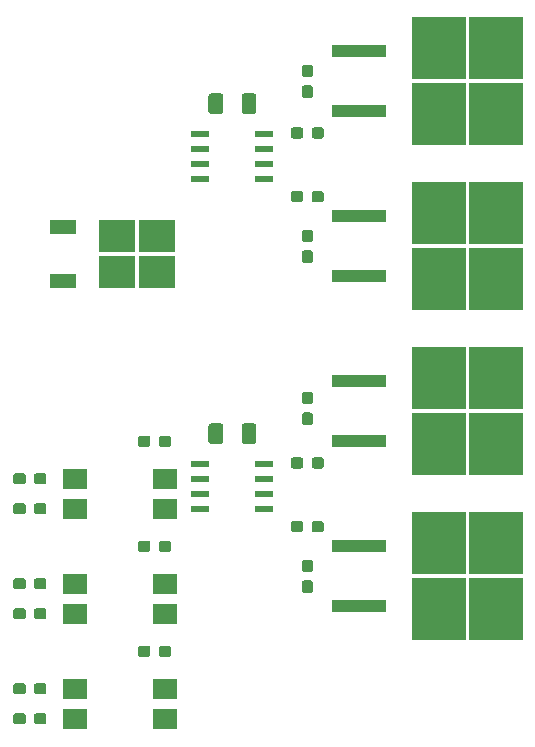
<source format=gtp>
G04 #@! TF.GenerationSoftware,KiCad,Pcbnew,5.0.1-33cea8e~68~ubuntu16.04.1*
G04 #@! TF.CreationDate,2018-11-22T10:51:10+09:00*
G04 #@! TF.ProjectId,BS2103F_photo,425332313033465F70686F746F2E6B69,rev?*
G04 #@! TF.SameCoordinates,Original*
G04 #@! TF.FileFunction,Paste,Top*
G04 #@! TF.FilePolarity,Positive*
%FSLAX46Y46*%
G04 Gerber Fmt 4.6, Leading zero omitted, Abs format (unit mm)*
G04 Created by KiCad (PCBNEW 5.0.1-33cea8e~68~ubuntu16.04.1) date 2018年11月22日 10時51分10秒*
%MOMM*%
%LPD*%
G01*
G04 APERTURE LIST*
%ADD10C,0.100000*%
%ADD11C,1.250000*%
%ADD12C,0.950000*%
%ADD13R,4.600000X1.100000*%
%ADD14R,4.550000X5.250000*%
%ADD15R,2.200000X1.200000*%
%ADD16R,3.050000X2.750000*%
%ADD17R,2.000000X1.780000*%
%ADD18R,1.550000X0.600000*%
G04 APERTURE END LIST*
D10*
G04 #@! TO.C,D1*
G36*
X151659504Y-79771204D02*
X151683773Y-79774804D01*
X151707571Y-79780765D01*
X151730671Y-79789030D01*
X151752849Y-79799520D01*
X151773893Y-79812133D01*
X151793598Y-79826747D01*
X151811777Y-79843223D01*
X151828253Y-79861402D01*
X151842867Y-79881107D01*
X151855480Y-79902151D01*
X151865970Y-79924329D01*
X151874235Y-79947429D01*
X151880196Y-79971227D01*
X151883796Y-79995496D01*
X151885000Y-80020000D01*
X151885000Y-81270000D01*
X151883796Y-81294504D01*
X151880196Y-81318773D01*
X151874235Y-81342571D01*
X151865970Y-81365671D01*
X151855480Y-81387849D01*
X151842867Y-81408893D01*
X151828253Y-81428598D01*
X151811777Y-81446777D01*
X151793598Y-81463253D01*
X151773893Y-81477867D01*
X151752849Y-81490480D01*
X151730671Y-81500970D01*
X151707571Y-81509235D01*
X151683773Y-81515196D01*
X151659504Y-81518796D01*
X151635000Y-81520000D01*
X150885000Y-81520000D01*
X150860496Y-81518796D01*
X150836227Y-81515196D01*
X150812429Y-81509235D01*
X150789329Y-81500970D01*
X150767151Y-81490480D01*
X150746107Y-81477867D01*
X150726402Y-81463253D01*
X150708223Y-81446777D01*
X150691747Y-81428598D01*
X150677133Y-81408893D01*
X150664520Y-81387849D01*
X150654030Y-81365671D01*
X150645765Y-81342571D01*
X150639804Y-81318773D01*
X150636204Y-81294504D01*
X150635000Y-81270000D01*
X150635000Y-80020000D01*
X150636204Y-79995496D01*
X150639804Y-79971227D01*
X150645765Y-79947429D01*
X150654030Y-79924329D01*
X150664520Y-79902151D01*
X150677133Y-79881107D01*
X150691747Y-79861402D01*
X150708223Y-79843223D01*
X150726402Y-79826747D01*
X150746107Y-79812133D01*
X150767151Y-79799520D01*
X150789329Y-79789030D01*
X150812429Y-79780765D01*
X150836227Y-79774804D01*
X150860496Y-79771204D01*
X150885000Y-79770000D01*
X151635000Y-79770000D01*
X151659504Y-79771204D01*
X151659504Y-79771204D01*
G37*
D11*
X151260000Y-80645000D03*
D10*
G36*
X148859504Y-79771204D02*
X148883773Y-79774804D01*
X148907571Y-79780765D01*
X148930671Y-79789030D01*
X148952849Y-79799520D01*
X148973893Y-79812133D01*
X148993598Y-79826747D01*
X149011777Y-79843223D01*
X149028253Y-79861402D01*
X149042867Y-79881107D01*
X149055480Y-79902151D01*
X149065970Y-79924329D01*
X149074235Y-79947429D01*
X149080196Y-79971227D01*
X149083796Y-79995496D01*
X149085000Y-80020000D01*
X149085000Y-81270000D01*
X149083796Y-81294504D01*
X149080196Y-81318773D01*
X149074235Y-81342571D01*
X149065970Y-81365671D01*
X149055480Y-81387849D01*
X149042867Y-81408893D01*
X149028253Y-81428598D01*
X149011777Y-81446777D01*
X148993598Y-81463253D01*
X148973893Y-81477867D01*
X148952849Y-81490480D01*
X148930671Y-81500970D01*
X148907571Y-81509235D01*
X148883773Y-81515196D01*
X148859504Y-81518796D01*
X148835000Y-81520000D01*
X148085000Y-81520000D01*
X148060496Y-81518796D01*
X148036227Y-81515196D01*
X148012429Y-81509235D01*
X147989329Y-81500970D01*
X147967151Y-81490480D01*
X147946107Y-81477867D01*
X147926402Y-81463253D01*
X147908223Y-81446777D01*
X147891747Y-81428598D01*
X147877133Y-81408893D01*
X147864520Y-81387849D01*
X147854030Y-81365671D01*
X147845765Y-81342571D01*
X147839804Y-81318773D01*
X147836204Y-81294504D01*
X147835000Y-81270000D01*
X147835000Y-80020000D01*
X147836204Y-79995496D01*
X147839804Y-79971227D01*
X147845765Y-79947429D01*
X147854030Y-79924329D01*
X147864520Y-79902151D01*
X147877133Y-79881107D01*
X147891747Y-79861402D01*
X147908223Y-79843223D01*
X147926402Y-79826747D01*
X147946107Y-79812133D01*
X147967151Y-79799520D01*
X147989329Y-79789030D01*
X148012429Y-79780765D01*
X148036227Y-79774804D01*
X148060496Y-79771204D01*
X148085000Y-79770000D01*
X148835000Y-79770000D01*
X148859504Y-79771204D01*
X148859504Y-79771204D01*
G37*
D11*
X148460000Y-80645000D03*
G04 #@! TD*
D10*
G04 #@! TO.C,D2*
G36*
X148859504Y-107711204D02*
X148883773Y-107714804D01*
X148907571Y-107720765D01*
X148930671Y-107729030D01*
X148952849Y-107739520D01*
X148973893Y-107752133D01*
X148993598Y-107766747D01*
X149011777Y-107783223D01*
X149028253Y-107801402D01*
X149042867Y-107821107D01*
X149055480Y-107842151D01*
X149065970Y-107864329D01*
X149074235Y-107887429D01*
X149080196Y-107911227D01*
X149083796Y-107935496D01*
X149085000Y-107960000D01*
X149085000Y-109210000D01*
X149083796Y-109234504D01*
X149080196Y-109258773D01*
X149074235Y-109282571D01*
X149065970Y-109305671D01*
X149055480Y-109327849D01*
X149042867Y-109348893D01*
X149028253Y-109368598D01*
X149011777Y-109386777D01*
X148993598Y-109403253D01*
X148973893Y-109417867D01*
X148952849Y-109430480D01*
X148930671Y-109440970D01*
X148907571Y-109449235D01*
X148883773Y-109455196D01*
X148859504Y-109458796D01*
X148835000Y-109460000D01*
X148085000Y-109460000D01*
X148060496Y-109458796D01*
X148036227Y-109455196D01*
X148012429Y-109449235D01*
X147989329Y-109440970D01*
X147967151Y-109430480D01*
X147946107Y-109417867D01*
X147926402Y-109403253D01*
X147908223Y-109386777D01*
X147891747Y-109368598D01*
X147877133Y-109348893D01*
X147864520Y-109327849D01*
X147854030Y-109305671D01*
X147845765Y-109282571D01*
X147839804Y-109258773D01*
X147836204Y-109234504D01*
X147835000Y-109210000D01*
X147835000Y-107960000D01*
X147836204Y-107935496D01*
X147839804Y-107911227D01*
X147845765Y-107887429D01*
X147854030Y-107864329D01*
X147864520Y-107842151D01*
X147877133Y-107821107D01*
X147891747Y-107801402D01*
X147908223Y-107783223D01*
X147926402Y-107766747D01*
X147946107Y-107752133D01*
X147967151Y-107739520D01*
X147989329Y-107729030D01*
X148012429Y-107720765D01*
X148036227Y-107714804D01*
X148060496Y-107711204D01*
X148085000Y-107710000D01*
X148835000Y-107710000D01*
X148859504Y-107711204D01*
X148859504Y-107711204D01*
G37*
D11*
X148460000Y-108585000D03*
D10*
G36*
X151659504Y-107711204D02*
X151683773Y-107714804D01*
X151707571Y-107720765D01*
X151730671Y-107729030D01*
X151752849Y-107739520D01*
X151773893Y-107752133D01*
X151793598Y-107766747D01*
X151811777Y-107783223D01*
X151828253Y-107801402D01*
X151842867Y-107821107D01*
X151855480Y-107842151D01*
X151865970Y-107864329D01*
X151874235Y-107887429D01*
X151880196Y-107911227D01*
X151883796Y-107935496D01*
X151885000Y-107960000D01*
X151885000Y-109210000D01*
X151883796Y-109234504D01*
X151880196Y-109258773D01*
X151874235Y-109282571D01*
X151865970Y-109305671D01*
X151855480Y-109327849D01*
X151842867Y-109348893D01*
X151828253Y-109368598D01*
X151811777Y-109386777D01*
X151793598Y-109403253D01*
X151773893Y-109417867D01*
X151752849Y-109430480D01*
X151730671Y-109440970D01*
X151707571Y-109449235D01*
X151683773Y-109455196D01*
X151659504Y-109458796D01*
X151635000Y-109460000D01*
X150885000Y-109460000D01*
X150860496Y-109458796D01*
X150836227Y-109455196D01*
X150812429Y-109449235D01*
X150789329Y-109440970D01*
X150767151Y-109430480D01*
X150746107Y-109417867D01*
X150726402Y-109403253D01*
X150708223Y-109386777D01*
X150691747Y-109368598D01*
X150677133Y-109348893D01*
X150664520Y-109327849D01*
X150654030Y-109305671D01*
X150645765Y-109282571D01*
X150639804Y-109258773D01*
X150636204Y-109234504D01*
X150635000Y-109210000D01*
X150635000Y-107960000D01*
X150636204Y-107935496D01*
X150639804Y-107911227D01*
X150645765Y-107887429D01*
X150654030Y-107864329D01*
X150664520Y-107842151D01*
X150677133Y-107821107D01*
X150691747Y-107801402D01*
X150708223Y-107783223D01*
X150726402Y-107766747D01*
X150746107Y-107752133D01*
X150767151Y-107739520D01*
X150789329Y-107729030D01*
X150812429Y-107720765D01*
X150836227Y-107714804D01*
X150860496Y-107711204D01*
X150885000Y-107710000D01*
X151635000Y-107710000D01*
X151659504Y-107711204D01*
X151659504Y-107711204D01*
G37*
D11*
X151260000Y-108585000D03*
G04 #@! TD*
D10*
G04 #@! TO.C,D3*
G36*
X133900779Y-111921144D02*
X133923834Y-111924563D01*
X133946443Y-111930227D01*
X133968387Y-111938079D01*
X133989457Y-111948044D01*
X134009448Y-111960026D01*
X134028168Y-111973910D01*
X134045438Y-111989562D01*
X134061090Y-112006832D01*
X134074974Y-112025552D01*
X134086956Y-112045543D01*
X134096921Y-112066613D01*
X134104773Y-112088557D01*
X134110437Y-112111166D01*
X134113856Y-112134221D01*
X134115000Y-112157500D01*
X134115000Y-112632500D01*
X134113856Y-112655779D01*
X134110437Y-112678834D01*
X134104773Y-112701443D01*
X134096921Y-112723387D01*
X134086956Y-112744457D01*
X134074974Y-112764448D01*
X134061090Y-112783168D01*
X134045438Y-112800438D01*
X134028168Y-112816090D01*
X134009448Y-112829974D01*
X133989457Y-112841956D01*
X133968387Y-112851921D01*
X133946443Y-112859773D01*
X133923834Y-112865437D01*
X133900779Y-112868856D01*
X133877500Y-112870000D01*
X133302500Y-112870000D01*
X133279221Y-112868856D01*
X133256166Y-112865437D01*
X133233557Y-112859773D01*
X133211613Y-112851921D01*
X133190543Y-112841956D01*
X133170552Y-112829974D01*
X133151832Y-112816090D01*
X133134562Y-112800438D01*
X133118910Y-112783168D01*
X133105026Y-112764448D01*
X133093044Y-112744457D01*
X133083079Y-112723387D01*
X133075227Y-112701443D01*
X133069563Y-112678834D01*
X133066144Y-112655779D01*
X133065000Y-112632500D01*
X133065000Y-112157500D01*
X133066144Y-112134221D01*
X133069563Y-112111166D01*
X133075227Y-112088557D01*
X133083079Y-112066613D01*
X133093044Y-112045543D01*
X133105026Y-112025552D01*
X133118910Y-112006832D01*
X133134562Y-111989562D01*
X133151832Y-111973910D01*
X133170552Y-111960026D01*
X133190543Y-111948044D01*
X133211613Y-111938079D01*
X133233557Y-111930227D01*
X133256166Y-111924563D01*
X133279221Y-111921144D01*
X133302500Y-111920000D01*
X133877500Y-111920000D01*
X133900779Y-111921144D01*
X133900779Y-111921144D01*
G37*
D12*
X133590000Y-112395000D03*
D10*
G36*
X132150779Y-111921144D02*
X132173834Y-111924563D01*
X132196443Y-111930227D01*
X132218387Y-111938079D01*
X132239457Y-111948044D01*
X132259448Y-111960026D01*
X132278168Y-111973910D01*
X132295438Y-111989562D01*
X132311090Y-112006832D01*
X132324974Y-112025552D01*
X132336956Y-112045543D01*
X132346921Y-112066613D01*
X132354773Y-112088557D01*
X132360437Y-112111166D01*
X132363856Y-112134221D01*
X132365000Y-112157500D01*
X132365000Y-112632500D01*
X132363856Y-112655779D01*
X132360437Y-112678834D01*
X132354773Y-112701443D01*
X132346921Y-112723387D01*
X132336956Y-112744457D01*
X132324974Y-112764448D01*
X132311090Y-112783168D01*
X132295438Y-112800438D01*
X132278168Y-112816090D01*
X132259448Y-112829974D01*
X132239457Y-112841956D01*
X132218387Y-112851921D01*
X132196443Y-112859773D01*
X132173834Y-112865437D01*
X132150779Y-112868856D01*
X132127500Y-112870000D01*
X131552500Y-112870000D01*
X131529221Y-112868856D01*
X131506166Y-112865437D01*
X131483557Y-112859773D01*
X131461613Y-112851921D01*
X131440543Y-112841956D01*
X131420552Y-112829974D01*
X131401832Y-112816090D01*
X131384562Y-112800438D01*
X131368910Y-112783168D01*
X131355026Y-112764448D01*
X131343044Y-112744457D01*
X131333079Y-112723387D01*
X131325227Y-112701443D01*
X131319563Y-112678834D01*
X131316144Y-112655779D01*
X131315000Y-112632500D01*
X131315000Y-112157500D01*
X131316144Y-112134221D01*
X131319563Y-112111166D01*
X131325227Y-112088557D01*
X131333079Y-112066613D01*
X131343044Y-112045543D01*
X131355026Y-112025552D01*
X131368910Y-112006832D01*
X131384562Y-111989562D01*
X131401832Y-111973910D01*
X131420552Y-111960026D01*
X131440543Y-111948044D01*
X131461613Y-111938079D01*
X131483557Y-111930227D01*
X131506166Y-111924563D01*
X131529221Y-111921144D01*
X131552500Y-111920000D01*
X132127500Y-111920000D01*
X132150779Y-111921144D01*
X132150779Y-111921144D01*
G37*
D12*
X131840000Y-112395000D03*
G04 #@! TD*
D10*
G04 #@! TO.C,D4*
G36*
X132150779Y-120811144D02*
X132173834Y-120814563D01*
X132196443Y-120820227D01*
X132218387Y-120828079D01*
X132239457Y-120838044D01*
X132259448Y-120850026D01*
X132278168Y-120863910D01*
X132295438Y-120879562D01*
X132311090Y-120896832D01*
X132324974Y-120915552D01*
X132336956Y-120935543D01*
X132346921Y-120956613D01*
X132354773Y-120978557D01*
X132360437Y-121001166D01*
X132363856Y-121024221D01*
X132365000Y-121047500D01*
X132365000Y-121522500D01*
X132363856Y-121545779D01*
X132360437Y-121568834D01*
X132354773Y-121591443D01*
X132346921Y-121613387D01*
X132336956Y-121634457D01*
X132324974Y-121654448D01*
X132311090Y-121673168D01*
X132295438Y-121690438D01*
X132278168Y-121706090D01*
X132259448Y-121719974D01*
X132239457Y-121731956D01*
X132218387Y-121741921D01*
X132196443Y-121749773D01*
X132173834Y-121755437D01*
X132150779Y-121758856D01*
X132127500Y-121760000D01*
X131552500Y-121760000D01*
X131529221Y-121758856D01*
X131506166Y-121755437D01*
X131483557Y-121749773D01*
X131461613Y-121741921D01*
X131440543Y-121731956D01*
X131420552Y-121719974D01*
X131401832Y-121706090D01*
X131384562Y-121690438D01*
X131368910Y-121673168D01*
X131355026Y-121654448D01*
X131343044Y-121634457D01*
X131333079Y-121613387D01*
X131325227Y-121591443D01*
X131319563Y-121568834D01*
X131316144Y-121545779D01*
X131315000Y-121522500D01*
X131315000Y-121047500D01*
X131316144Y-121024221D01*
X131319563Y-121001166D01*
X131325227Y-120978557D01*
X131333079Y-120956613D01*
X131343044Y-120935543D01*
X131355026Y-120915552D01*
X131368910Y-120896832D01*
X131384562Y-120879562D01*
X131401832Y-120863910D01*
X131420552Y-120850026D01*
X131440543Y-120838044D01*
X131461613Y-120828079D01*
X131483557Y-120820227D01*
X131506166Y-120814563D01*
X131529221Y-120811144D01*
X131552500Y-120810000D01*
X132127500Y-120810000D01*
X132150779Y-120811144D01*
X132150779Y-120811144D01*
G37*
D12*
X131840000Y-121285000D03*
D10*
G36*
X133900779Y-120811144D02*
X133923834Y-120814563D01*
X133946443Y-120820227D01*
X133968387Y-120828079D01*
X133989457Y-120838044D01*
X134009448Y-120850026D01*
X134028168Y-120863910D01*
X134045438Y-120879562D01*
X134061090Y-120896832D01*
X134074974Y-120915552D01*
X134086956Y-120935543D01*
X134096921Y-120956613D01*
X134104773Y-120978557D01*
X134110437Y-121001166D01*
X134113856Y-121024221D01*
X134115000Y-121047500D01*
X134115000Y-121522500D01*
X134113856Y-121545779D01*
X134110437Y-121568834D01*
X134104773Y-121591443D01*
X134096921Y-121613387D01*
X134086956Y-121634457D01*
X134074974Y-121654448D01*
X134061090Y-121673168D01*
X134045438Y-121690438D01*
X134028168Y-121706090D01*
X134009448Y-121719974D01*
X133989457Y-121731956D01*
X133968387Y-121741921D01*
X133946443Y-121749773D01*
X133923834Y-121755437D01*
X133900779Y-121758856D01*
X133877500Y-121760000D01*
X133302500Y-121760000D01*
X133279221Y-121758856D01*
X133256166Y-121755437D01*
X133233557Y-121749773D01*
X133211613Y-121741921D01*
X133190543Y-121731956D01*
X133170552Y-121719974D01*
X133151832Y-121706090D01*
X133134562Y-121690438D01*
X133118910Y-121673168D01*
X133105026Y-121654448D01*
X133093044Y-121634457D01*
X133083079Y-121613387D01*
X133075227Y-121591443D01*
X133069563Y-121568834D01*
X133066144Y-121545779D01*
X133065000Y-121522500D01*
X133065000Y-121047500D01*
X133066144Y-121024221D01*
X133069563Y-121001166D01*
X133075227Y-120978557D01*
X133083079Y-120956613D01*
X133093044Y-120935543D01*
X133105026Y-120915552D01*
X133118910Y-120896832D01*
X133134562Y-120879562D01*
X133151832Y-120863910D01*
X133170552Y-120850026D01*
X133190543Y-120838044D01*
X133211613Y-120828079D01*
X133233557Y-120820227D01*
X133256166Y-120814563D01*
X133279221Y-120811144D01*
X133302500Y-120810000D01*
X133877500Y-120810000D01*
X133900779Y-120811144D01*
X133900779Y-120811144D01*
G37*
D12*
X133590000Y-121285000D03*
G04 #@! TD*
D10*
G04 #@! TO.C,D5*
G36*
X133900779Y-129701144D02*
X133923834Y-129704563D01*
X133946443Y-129710227D01*
X133968387Y-129718079D01*
X133989457Y-129728044D01*
X134009448Y-129740026D01*
X134028168Y-129753910D01*
X134045438Y-129769562D01*
X134061090Y-129786832D01*
X134074974Y-129805552D01*
X134086956Y-129825543D01*
X134096921Y-129846613D01*
X134104773Y-129868557D01*
X134110437Y-129891166D01*
X134113856Y-129914221D01*
X134115000Y-129937500D01*
X134115000Y-130412500D01*
X134113856Y-130435779D01*
X134110437Y-130458834D01*
X134104773Y-130481443D01*
X134096921Y-130503387D01*
X134086956Y-130524457D01*
X134074974Y-130544448D01*
X134061090Y-130563168D01*
X134045438Y-130580438D01*
X134028168Y-130596090D01*
X134009448Y-130609974D01*
X133989457Y-130621956D01*
X133968387Y-130631921D01*
X133946443Y-130639773D01*
X133923834Y-130645437D01*
X133900779Y-130648856D01*
X133877500Y-130650000D01*
X133302500Y-130650000D01*
X133279221Y-130648856D01*
X133256166Y-130645437D01*
X133233557Y-130639773D01*
X133211613Y-130631921D01*
X133190543Y-130621956D01*
X133170552Y-130609974D01*
X133151832Y-130596090D01*
X133134562Y-130580438D01*
X133118910Y-130563168D01*
X133105026Y-130544448D01*
X133093044Y-130524457D01*
X133083079Y-130503387D01*
X133075227Y-130481443D01*
X133069563Y-130458834D01*
X133066144Y-130435779D01*
X133065000Y-130412500D01*
X133065000Y-129937500D01*
X133066144Y-129914221D01*
X133069563Y-129891166D01*
X133075227Y-129868557D01*
X133083079Y-129846613D01*
X133093044Y-129825543D01*
X133105026Y-129805552D01*
X133118910Y-129786832D01*
X133134562Y-129769562D01*
X133151832Y-129753910D01*
X133170552Y-129740026D01*
X133190543Y-129728044D01*
X133211613Y-129718079D01*
X133233557Y-129710227D01*
X133256166Y-129704563D01*
X133279221Y-129701144D01*
X133302500Y-129700000D01*
X133877500Y-129700000D01*
X133900779Y-129701144D01*
X133900779Y-129701144D01*
G37*
D12*
X133590000Y-130175000D03*
D10*
G36*
X132150779Y-129701144D02*
X132173834Y-129704563D01*
X132196443Y-129710227D01*
X132218387Y-129718079D01*
X132239457Y-129728044D01*
X132259448Y-129740026D01*
X132278168Y-129753910D01*
X132295438Y-129769562D01*
X132311090Y-129786832D01*
X132324974Y-129805552D01*
X132336956Y-129825543D01*
X132346921Y-129846613D01*
X132354773Y-129868557D01*
X132360437Y-129891166D01*
X132363856Y-129914221D01*
X132365000Y-129937500D01*
X132365000Y-130412500D01*
X132363856Y-130435779D01*
X132360437Y-130458834D01*
X132354773Y-130481443D01*
X132346921Y-130503387D01*
X132336956Y-130524457D01*
X132324974Y-130544448D01*
X132311090Y-130563168D01*
X132295438Y-130580438D01*
X132278168Y-130596090D01*
X132259448Y-130609974D01*
X132239457Y-130621956D01*
X132218387Y-130631921D01*
X132196443Y-130639773D01*
X132173834Y-130645437D01*
X132150779Y-130648856D01*
X132127500Y-130650000D01*
X131552500Y-130650000D01*
X131529221Y-130648856D01*
X131506166Y-130645437D01*
X131483557Y-130639773D01*
X131461613Y-130631921D01*
X131440543Y-130621956D01*
X131420552Y-130609974D01*
X131401832Y-130596090D01*
X131384562Y-130580438D01*
X131368910Y-130563168D01*
X131355026Y-130544448D01*
X131343044Y-130524457D01*
X131333079Y-130503387D01*
X131325227Y-130481443D01*
X131319563Y-130458834D01*
X131316144Y-130435779D01*
X131315000Y-130412500D01*
X131315000Y-129937500D01*
X131316144Y-129914221D01*
X131319563Y-129891166D01*
X131325227Y-129868557D01*
X131333079Y-129846613D01*
X131343044Y-129825543D01*
X131355026Y-129805552D01*
X131368910Y-129786832D01*
X131384562Y-129769562D01*
X131401832Y-129753910D01*
X131420552Y-129740026D01*
X131440543Y-129728044D01*
X131461613Y-129718079D01*
X131483557Y-129710227D01*
X131506166Y-129704563D01*
X131529221Y-129701144D01*
X131552500Y-129700000D01*
X132127500Y-129700000D01*
X132150779Y-129701144D01*
X132150779Y-129701144D01*
G37*
D12*
X131840000Y-130175000D03*
G04 #@! TD*
D13*
G04 #@! TO.C,Q1*
X160595000Y-76200000D03*
X160595000Y-81280000D03*
D14*
X172170000Y-81515000D03*
X167320000Y-75965000D03*
X172170000Y-75965000D03*
X167320000Y-81515000D03*
G04 #@! TD*
D13*
G04 #@! TO.C,Q2*
X160595000Y-90170000D03*
X160595000Y-95250000D03*
D14*
X172170000Y-95485000D03*
X167320000Y-89935000D03*
X172170000Y-89935000D03*
X167320000Y-95485000D03*
G04 #@! TD*
G04 #@! TO.C,Q3*
X167320000Y-109455000D03*
X172170000Y-103905000D03*
X167320000Y-103905000D03*
X172170000Y-109455000D03*
D13*
X160595000Y-109220000D03*
X160595000Y-104140000D03*
G04 #@! TD*
D14*
G04 #@! TO.C,Q4*
X167320000Y-123425000D03*
X172170000Y-117875000D03*
X167320000Y-117875000D03*
X172170000Y-123425000D03*
D13*
X160595000Y-123190000D03*
X160595000Y-118110000D03*
G04 #@! TD*
D10*
G04 #@! TO.C,R1*
G36*
X133900779Y-114461144D02*
X133923834Y-114464563D01*
X133946443Y-114470227D01*
X133968387Y-114478079D01*
X133989457Y-114488044D01*
X134009448Y-114500026D01*
X134028168Y-114513910D01*
X134045438Y-114529562D01*
X134061090Y-114546832D01*
X134074974Y-114565552D01*
X134086956Y-114585543D01*
X134096921Y-114606613D01*
X134104773Y-114628557D01*
X134110437Y-114651166D01*
X134113856Y-114674221D01*
X134115000Y-114697500D01*
X134115000Y-115172500D01*
X134113856Y-115195779D01*
X134110437Y-115218834D01*
X134104773Y-115241443D01*
X134096921Y-115263387D01*
X134086956Y-115284457D01*
X134074974Y-115304448D01*
X134061090Y-115323168D01*
X134045438Y-115340438D01*
X134028168Y-115356090D01*
X134009448Y-115369974D01*
X133989457Y-115381956D01*
X133968387Y-115391921D01*
X133946443Y-115399773D01*
X133923834Y-115405437D01*
X133900779Y-115408856D01*
X133877500Y-115410000D01*
X133302500Y-115410000D01*
X133279221Y-115408856D01*
X133256166Y-115405437D01*
X133233557Y-115399773D01*
X133211613Y-115391921D01*
X133190543Y-115381956D01*
X133170552Y-115369974D01*
X133151832Y-115356090D01*
X133134562Y-115340438D01*
X133118910Y-115323168D01*
X133105026Y-115304448D01*
X133093044Y-115284457D01*
X133083079Y-115263387D01*
X133075227Y-115241443D01*
X133069563Y-115218834D01*
X133066144Y-115195779D01*
X133065000Y-115172500D01*
X133065000Y-114697500D01*
X133066144Y-114674221D01*
X133069563Y-114651166D01*
X133075227Y-114628557D01*
X133083079Y-114606613D01*
X133093044Y-114585543D01*
X133105026Y-114565552D01*
X133118910Y-114546832D01*
X133134562Y-114529562D01*
X133151832Y-114513910D01*
X133170552Y-114500026D01*
X133190543Y-114488044D01*
X133211613Y-114478079D01*
X133233557Y-114470227D01*
X133256166Y-114464563D01*
X133279221Y-114461144D01*
X133302500Y-114460000D01*
X133877500Y-114460000D01*
X133900779Y-114461144D01*
X133900779Y-114461144D01*
G37*
D12*
X133590000Y-114935000D03*
D10*
G36*
X132150779Y-114461144D02*
X132173834Y-114464563D01*
X132196443Y-114470227D01*
X132218387Y-114478079D01*
X132239457Y-114488044D01*
X132259448Y-114500026D01*
X132278168Y-114513910D01*
X132295438Y-114529562D01*
X132311090Y-114546832D01*
X132324974Y-114565552D01*
X132336956Y-114585543D01*
X132346921Y-114606613D01*
X132354773Y-114628557D01*
X132360437Y-114651166D01*
X132363856Y-114674221D01*
X132365000Y-114697500D01*
X132365000Y-115172500D01*
X132363856Y-115195779D01*
X132360437Y-115218834D01*
X132354773Y-115241443D01*
X132346921Y-115263387D01*
X132336956Y-115284457D01*
X132324974Y-115304448D01*
X132311090Y-115323168D01*
X132295438Y-115340438D01*
X132278168Y-115356090D01*
X132259448Y-115369974D01*
X132239457Y-115381956D01*
X132218387Y-115391921D01*
X132196443Y-115399773D01*
X132173834Y-115405437D01*
X132150779Y-115408856D01*
X132127500Y-115410000D01*
X131552500Y-115410000D01*
X131529221Y-115408856D01*
X131506166Y-115405437D01*
X131483557Y-115399773D01*
X131461613Y-115391921D01*
X131440543Y-115381956D01*
X131420552Y-115369974D01*
X131401832Y-115356090D01*
X131384562Y-115340438D01*
X131368910Y-115323168D01*
X131355026Y-115304448D01*
X131343044Y-115284457D01*
X131333079Y-115263387D01*
X131325227Y-115241443D01*
X131319563Y-115218834D01*
X131316144Y-115195779D01*
X131315000Y-115172500D01*
X131315000Y-114697500D01*
X131316144Y-114674221D01*
X131319563Y-114651166D01*
X131325227Y-114628557D01*
X131333079Y-114606613D01*
X131343044Y-114585543D01*
X131355026Y-114565552D01*
X131368910Y-114546832D01*
X131384562Y-114529562D01*
X131401832Y-114513910D01*
X131420552Y-114500026D01*
X131440543Y-114488044D01*
X131461613Y-114478079D01*
X131483557Y-114470227D01*
X131506166Y-114464563D01*
X131529221Y-114461144D01*
X131552500Y-114460000D01*
X132127500Y-114460000D01*
X132150779Y-114461144D01*
X132150779Y-114461144D01*
G37*
D12*
X131840000Y-114935000D03*
G04 #@! TD*
D10*
G04 #@! TO.C,R2*
G36*
X132150779Y-123351144D02*
X132173834Y-123354563D01*
X132196443Y-123360227D01*
X132218387Y-123368079D01*
X132239457Y-123378044D01*
X132259448Y-123390026D01*
X132278168Y-123403910D01*
X132295438Y-123419562D01*
X132311090Y-123436832D01*
X132324974Y-123455552D01*
X132336956Y-123475543D01*
X132346921Y-123496613D01*
X132354773Y-123518557D01*
X132360437Y-123541166D01*
X132363856Y-123564221D01*
X132365000Y-123587500D01*
X132365000Y-124062500D01*
X132363856Y-124085779D01*
X132360437Y-124108834D01*
X132354773Y-124131443D01*
X132346921Y-124153387D01*
X132336956Y-124174457D01*
X132324974Y-124194448D01*
X132311090Y-124213168D01*
X132295438Y-124230438D01*
X132278168Y-124246090D01*
X132259448Y-124259974D01*
X132239457Y-124271956D01*
X132218387Y-124281921D01*
X132196443Y-124289773D01*
X132173834Y-124295437D01*
X132150779Y-124298856D01*
X132127500Y-124300000D01*
X131552500Y-124300000D01*
X131529221Y-124298856D01*
X131506166Y-124295437D01*
X131483557Y-124289773D01*
X131461613Y-124281921D01*
X131440543Y-124271956D01*
X131420552Y-124259974D01*
X131401832Y-124246090D01*
X131384562Y-124230438D01*
X131368910Y-124213168D01*
X131355026Y-124194448D01*
X131343044Y-124174457D01*
X131333079Y-124153387D01*
X131325227Y-124131443D01*
X131319563Y-124108834D01*
X131316144Y-124085779D01*
X131315000Y-124062500D01*
X131315000Y-123587500D01*
X131316144Y-123564221D01*
X131319563Y-123541166D01*
X131325227Y-123518557D01*
X131333079Y-123496613D01*
X131343044Y-123475543D01*
X131355026Y-123455552D01*
X131368910Y-123436832D01*
X131384562Y-123419562D01*
X131401832Y-123403910D01*
X131420552Y-123390026D01*
X131440543Y-123378044D01*
X131461613Y-123368079D01*
X131483557Y-123360227D01*
X131506166Y-123354563D01*
X131529221Y-123351144D01*
X131552500Y-123350000D01*
X132127500Y-123350000D01*
X132150779Y-123351144D01*
X132150779Y-123351144D01*
G37*
D12*
X131840000Y-123825000D03*
D10*
G36*
X133900779Y-123351144D02*
X133923834Y-123354563D01*
X133946443Y-123360227D01*
X133968387Y-123368079D01*
X133989457Y-123378044D01*
X134009448Y-123390026D01*
X134028168Y-123403910D01*
X134045438Y-123419562D01*
X134061090Y-123436832D01*
X134074974Y-123455552D01*
X134086956Y-123475543D01*
X134096921Y-123496613D01*
X134104773Y-123518557D01*
X134110437Y-123541166D01*
X134113856Y-123564221D01*
X134115000Y-123587500D01*
X134115000Y-124062500D01*
X134113856Y-124085779D01*
X134110437Y-124108834D01*
X134104773Y-124131443D01*
X134096921Y-124153387D01*
X134086956Y-124174457D01*
X134074974Y-124194448D01*
X134061090Y-124213168D01*
X134045438Y-124230438D01*
X134028168Y-124246090D01*
X134009448Y-124259974D01*
X133989457Y-124271956D01*
X133968387Y-124281921D01*
X133946443Y-124289773D01*
X133923834Y-124295437D01*
X133900779Y-124298856D01*
X133877500Y-124300000D01*
X133302500Y-124300000D01*
X133279221Y-124298856D01*
X133256166Y-124295437D01*
X133233557Y-124289773D01*
X133211613Y-124281921D01*
X133190543Y-124271956D01*
X133170552Y-124259974D01*
X133151832Y-124246090D01*
X133134562Y-124230438D01*
X133118910Y-124213168D01*
X133105026Y-124194448D01*
X133093044Y-124174457D01*
X133083079Y-124153387D01*
X133075227Y-124131443D01*
X133069563Y-124108834D01*
X133066144Y-124085779D01*
X133065000Y-124062500D01*
X133065000Y-123587500D01*
X133066144Y-123564221D01*
X133069563Y-123541166D01*
X133075227Y-123518557D01*
X133083079Y-123496613D01*
X133093044Y-123475543D01*
X133105026Y-123455552D01*
X133118910Y-123436832D01*
X133134562Y-123419562D01*
X133151832Y-123403910D01*
X133170552Y-123390026D01*
X133190543Y-123378044D01*
X133211613Y-123368079D01*
X133233557Y-123360227D01*
X133256166Y-123354563D01*
X133279221Y-123351144D01*
X133302500Y-123350000D01*
X133877500Y-123350000D01*
X133900779Y-123351144D01*
X133900779Y-123351144D01*
G37*
D12*
X133590000Y-123825000D03*
G04 #@! TD*
D10*
G04 #@! TO.C,R3*
G36*
X133900779Y-132241144D02*
X133923834Y-132244563D01*
X133946443Y-132250227D01*
X133968387Y-132258079D01*
X133989457Y-132268044D01*
X134009448Y-132280026D01*
X134028168Y-132293910D01*
X134045438Y-132309562D01*
X134061090Y-132326832D01*
X134074974Y-132345552D01*
X134086956Y-132365543D01*
X134096921Y-132386613D01*
X134104773Y-132408557D01*
X134110437Y-132431166D01*
X134113856Y-132454221D01*
X134115000Y-132477500D01*
X134115000Y-132952500D01*
X134113856Y-132975779D01*
X134110437Y-132998834D01*
X134104773Y-133021443D01*
X134096921Y-133043387D01*
X134086956Y-133064457D01*
X134074974Y-133084448D01*
X134061090Y-133103168D01*
X134045438Y-133120438D01*
X134028168Y-133136090D01*
X134009448Y-133149974D01*
X133989457Y-133161956D01*
X133968387Y-133171921D01*
X133946443Y-133179773D01*
X133923834Y-133185437D01*
X133900779Y-133188856D01*
X133877500Y-133190000D01*
X133302500Y-133190000D01*
X133279221Y-133188856D01*
X133256166Y-133185437D01*
X133233557Y-133179773D01*
X133211613Y-133171921D01*
X133190543Y-133161956D01*
X133170552Y-133149974D01*
X133151832Y-133136090D01*
X133134562Y-133120438D01*
X133118910Y-133103168D01*
X133105026Y-133084448D01*
X133093044Y-133064457D01*
X133083079Y-133043387D01*
X133075227Y-133021443D01*
X133069563Y-132998834D01*
X133066144Y-132975779D01*
X133065000Y-132952500D01*
X133065000Y-132477500D01*
X133066144Y-132454221D01*
X133069563Y-132431166D01*
X133075227Y-132408557D01*
X133083079Y-132386613D01*
X133093044Y-132365543D01*
X133105026Y-132345552D01*
X133118910Y-132326832D01*
X133134562Y-132309562D01*
X133151832Y-132293910D01*
X133170552Y-132280026D01*
X133190543Y-132268044D01*
X133211613Y-132258079D01*
X133233557Y-132250227D01*
X133256166Y-132244563D01*
X133279221Y-132241144D01*
X133302500Y-132240000D01*
X133877500Y-132240000D01*
X133900779Y-132241144D01*
X133900779Y-132241144D01*
G37*
D12*
X133590000Y-132715000D03*
D10*
G36*
X132150779Y-132241144D02*
X132173834Y-132244563D01*
X132196443Y-132250227D01*
X132218387Y-132258079D01*
X132239457Y-132268044D01*
X132259448Y-132280026D01*
X132278168Y-132293910D01*
X132295438Y-132309562D01*
X132311090Y-132326832D01*
X132324974Y-132345552D01*
X132336956Y-132365543D01*
X132346921Y-132386613D01*
X132354773Y-132408557D01*
X132360437Y-132431166D01*
X132363856Y-132454221D01*
X132365000Y-132477500D01*
X132365000Y-132952500D01*
X132363856Y-132975779D01*
X132360437Y-132998834D01*
X132354773Y-133021443D01*
X132346921Y-133043387D01*
X132336956Y-133064457D01*
X132324974Y-133084448D01*
X132311090Y-133103168D01*
X132295438Y-133120438D01*
X132278168Y-133136090D01*
X132259448Y-133149974D01*
X132239457Y-133161956D01*
X132218387Y-133171921D01*
X132196443Y-133179773D01*
X132173834Y-133185437D01*
X132150779Y-133188856D01*
X132127500Y-133190000D01*
X131552500Y-133190000D01*
X131529221Y-133188856D01*
X131506166Y-133185437D01*
X131483557Y-133179773D01*
X131461613Y-133171921D01*
X131440543Y-133161956D01*
X131420552Y-133149974D01*
X131401832Y-133136090D01*
X131384562Y-133120438D01*
X131368910Y-133103168D01*
X131355026Y-133084448D01*
X131343044Y-133064457D01*
X131333079Y-133043387D01*
X131325227Y-133021443D01*
X131319563Y-132998834D01*
X131316144Y-132975779D01*
X131315000Y-132952500D01*
X131315000Y-132477500D01*
X131316144Y-132454221D01*
X131319563Y-132431166D01*
X131325227Y-132408557D01*
X131333079Y-132386613D01*
X131343044Y-132365543D01*
X131355026Y-132345552D01*
X131368910Y-132326832D01*
X131384562Y-132309562D01*
X131401832Y-132293910D01*
X131420552Y-132280026D01*
X131440543Y-132268044D01*
X131461613Y-132258079D01*
X131483557Y-132250227D01*
X131506166Y-132244563D01*
X131529221Y-132241144D01*
X131552500Y-132240000D01*
X132127500Y-132240000D01*
X132150779Y-132241144D01*
X132150779Y-132241144D01*
G37*
D12*
X131840000Y-132715000D03*
G04 #@! TD*
D10*
G04 #@! TO.C,R10*
G36*
X142705779Y-108746144D02*
X142728834Y-108749563D01*
X142751443Y-108755227D01*
X142773387Y-108763079D01*
X142794457Y-108773044D01*
X142814448Y-108785026D01*
X142833168Y-108798910D01*
X142850438Y-108814562D01*
X142866090Y-108831832D01*
X142879974Y-108850552D01*
X142891956Y-108870543D01*
X142901921Y-108891613D01*
X142909773Y-108913557D01*
X142915437Y-108936166D01*
X142918856Y-108959221D01*
X142920000Y-108982500D01*
X142920000Y-109457500D01*
X142918856Y-109480779D01*
X142915437Y-109503834D01*
X142909773Y-109526443D01*
X142901921Y-109548387D01*
X142891956Y-109569457D01*
X142879974Y-109589448D01*
X142866090Y-109608168D01*
X142850438Y-109625438D01*
X142833168Y-109641090D01*
X142814448Y-109654974D01*
X142794457Y-109666956D01*
X142773387Y-109676921D01*
X142751443Y-109684773D01*
X142728834Y-109690437D01*
X142705779Y-109693856D01*
X142682500Y-109695000D01*
X142107500Y-109695000D01*
X142084221Y-109693856D01*
X142061166Y-109690437D01*
X142038557Y-109684773D01*
X142016613Y-109676921D01*
X141995543Y-109666956D01*
X141975552Y-109654974D01*
X141956832Y-109641090D01*
X141939562Y-109625438D01*
X141923910Y-109608168D01*
X141910026Y-109589448D01*
X141898044Y-109569457D01*
X141888079Y-109548387D01*
X141880227Y-109526443D01*
X141874563Y-109503834D01*
X141871144Y-109480779D01*
X141870000Y-109457500D01*
X141870000Y-108982500D01*
X141871144Y-108959221D01*
X141874563Y-108936166D01*
X141880227Y-108913557D01*
X141888079Y-108891613D01*
X141898044Y-108870543D01*
X141910026Y-108850552D01*
X141923910Y-108831832D01*
X141939562Y-108814562D01*
X141956832Y-108798910D01*
X141975552Y-108785026D01*
X141995543Y-108773044D01*
X142016613Y-108763079D01*
X142038557Y-108755227D01*
X142061166Y-108749563D01*
X142084221Y-108746144D01*
X142107500Y-108745000D01*
X142682500Y-108745000D01*
X142705779Y-108746144D01*
X142705779Y-108746144D01*
G37*
D12*
X142395000Y-109220000D03*
D10*
G36*
X144455779Y-108746144D02*
X144478834Y-108749563D01*
X144501443Y-108755227D01*
X144523387Y-108763079D01*
X144544457Y-108773044D01*
X144564448Y-108785026D01*
X144583168Y-108798910D01*
X144600438Y-108814562D01*
X144616090Y-108831832D01*
X144629974Y-108850552D01*
X144641956Y-108870543D01*
X144651921Y-108891613D01*
X144659773Y-108913557D01*
X144665437Y-108936166D01*
X144668856Y-108959221D01*
X144670000Y-108982500D01*
X144670000Y-109457500D01*
X144668856Y-109480779D01*
X144665437Y-109503834D01*
X144659773Y-109526443D01*
X144651921Y-109548387D01*
X144641956Y-109569457D01*
X144629974Y-109589448D01*
X144616090Y-109608168D01*
X144600438Y-109625438D01*
X144583168Y-109641090D01*
X144564448Y-109654974D01*
X144544457Y-109666956D01*
X144523387Y-109676921D01*
X144501443Y-109684773D01*
X144478834Y-109690437D01*
X144455779Y-109693856D01*
X144432500Y-109695000D01*
X143857500Y-109695000D01*
X143834221Y-109693856D01*
X143811166Y-109690437D01*
X143788557Y-109684773D01*
X143766613Y-109676921D01*
X143745543Y-109666956D01*
X143725552Y-109654974D01*
X143706832Y-109641090D01*
X143689562Y-109625438D01*
X143673910Y-109608168D01*
X143660026Y-109589448D01*
X143648044Y-109569457D01*
X143638079Y-109548387D01*
X143630227Y-109526443D01*
X143624563Y-109503834D01*
X143621144Y-109480779D01*
X143620000Y-109457500D01*
X143620000Y-108982500D01*
X143621144Y-108959221D01*
X143624563Y-108936166D01*
X143630227Y-108913557D01*
X143638079Y-108891613D01*
X143648044Y-108870543D01*
X143660026Y-108850552D01*
X143673910Y-108831832D01*
X143689562Y-108814562D01*
X143706832Y-108798910D01*
X143725552Y-108785026D01*
X143745543Y-108773044D01*
X143766613Y-108763079D01*
X143788557Y-108755227D01*
X143811166Y-108749563D01*
X143834221Y-108746144D01*
X143857500Y-108745000D01*
X144432500Y-108745000D01*
X144455779Y-108746144D01*
X144455779Y-108746144D01*
G37*
D12*
X144145000Y-109220000D03*
G04 #@! TD*
D10*
G04 #@! TO.C,R11*
G36*
X142705779Y-117636144D02*
X142728834Y-117639563D01*
X142751443Y-117645227D01*
X142773387Y-117653079D01*
X142794457Y-117663044D01*
X142814448Y-117675026D01*
X142833168Y-117688910D01*
X142850438Y-117704562D01*
X142866090Y-117721832D01*
X142879974Y-117740552D01*
X142891956Y-117760543D01*
X142901921Y-117781613D01*
X142909773Y-117803557D01*
X142915437Y-117826166D01*
X142918856Y-117849221D01*
X142920000Y-117872500D01*
X142920000Y-118347500D01*
X142918856Y-118370779D01*
X142915437Y-118393834D01*
X142909773Y-118416443D01*
X142901921Y-118438387D01*
X142891956Y-118459457D01*
X142879974Y-118479448D01*
X142866090Y-118498168D01*
X142850438Y-118515438D01*
X142833168Y-118531090D01*
X142814448Y-118544974D01*
X142794457Y-118556956D01*
X142773387Y-118566921D01*
X142751443Y-118574773D01*
X142728834Y-118580437D01*
X142705779Y-118583856D01*
X142682500Y-118585000D01*
X142107500Y-118585000D01*
X142084221Y-118583856D01*
X142061166Y-118580437D01*
X142038557Y-118574773D01*
X142016613Y-118566921D01*
X141995543Y-118556956D01*
X141975552Y-118544974D01*
X141956832Y-118531090D01*
X141939562Y-118515438D01*
X141923910Y-118498168D01*
X141910026Y-118479448D01*
X141898044Y-118459457D01*
X141888079Y-118438387D01*
X141880227Y-118416443D01*
X141874563Y-118393834D01*
X141871144Y-118370779D01*
X141870000Y-118347500D01*
X141870000Y-117872500D01*
X141871144Y-117849221D01*
X141874563Y-117826166D01*
X141880227Y-117803557D01*
X141888079Y-117781613D01*
X141898044Y-117760543D01*
X141910026Y-117740552D01*
X141923910Y-117721832D01*
X141939562Y-117704562D01*
X141956832Y-117688910D01*
X141975552Y-117675026D01*
X141995543Y-117663044D01*
X142016613Y-117653079D01*
X142038557Y-117645227D01*
X142061166Y-117639563D01*
X142084221Y-117636144D01*
X142107500Y-117635000D01*
X142682500Y-117635000D01*
X142705779Y-117636144D01*
X142705779Y-117636144D01*
G37*
D12*
X142395000Y-118110000D03*
D10*
G36*
X144455779Y-117636144D02*
X144478834Y-117639563D01*
X144501443Y-117645227D01*
X144523387Y-117653079D01*
X144544457Y-117663044D01*
X144564448Y-117675026D01*
X144583168Y-117688910D01*
X144600438Y-117704562D01*
X144616090Y-117721832D01*
X144629974Y-117740552D01*
X144641956Y-117760543D01*
X144651921Y-117781613D01*
X144659773Y-117803557D01*
X144665437Y-117826166D01*
X144668856Y-117849221D01*
X144670000Y-117872500D01*
X144670000Y-118347500D01*
X144668856Y-118370779D01*
X144665437Y-118393834D01*
X144659773Y-118416443D01*
X144651921Y-118438387D01*
X144641956Y-118459457D01*
X144629974Y-118479448D01*
X144616090Y-118498168D01*
X144600438Y-118515438D01*
X144583168Y-118531090D01*
X144564448Y-118544974D01*
X144544457Y-118556956D01*
X144523387Y-118566921D01*
X144501443Y-118574773D01*
X144478834Y-118580437D01*
X144455779Y-118583856D01*
X144432500Y-118585000D01*
X143857500Y-118585000D01*
X143834221Y-118583856D01*
X143811166Y-118580437D01*
X143788557Y-118574773D01*
X143766613Y-118566921D01*
X143745543Y-118556956D01*
X143725552Y-118544974D01*
X143706832Y-118531090D01*
X143689562Y-118515438D01*
X143673910Y-118498168D01*
X143660026Y-118479448D01*
X143648044Y-118459457D01*
X143638079Y-118438387D01*
X143630227Y-118416443D01*
X143624563Y-118393834D01*
X143621144Y-118370779D01*
X143620000Y-118347500D01*
X143620000Y-117872500D01*
X143621144Y-117849221D01*
X143624563Y-117826166D01*
X143630227Y-117803557D01*
X143638079Y-117781613D01*
X143648044Y-117760543D01*
X143660026Y-117740552D01*
X143673910Y-117721832D01*
X143689562Y-117704562D01*
X143706832Y-117688910D01*
X143725552Y-117675026D01*
X143745543Y-117663044D01*
X143766613Y-117653079D01*
X143788557Y-117645227D01*
X143811166Y-117639563D01*
X143834221Y-117636144D01*
X143857500Y-117635000D01*
X144432500Y-117635000D01*
X144455779Y-117636144D01*
X144455779Y-117636144D01*
G37*
D12*
X144145000Y-118110000D03*
G04 #@! TD*
D10*
G04 #@! TO.C,R12*
G36*
X144455779Y-126526144D02*
X144478834Y-126529563D01*
X144501443Y-126535227D01*
X144523387Y-126543079D01*
X144544457Y-126553044D01*
X144564448Y-126565026D01*
X144583168Y-126578910D01*
X144600438Y-126594562D01*
X144616090Y-126611832D01*
X144629974Y-126630552D01*
X144641956Y-126650543D01*
X144651921Y-126671613D01*
X144659773Y-126693557D01*
X144665437Y-126716166D01*
X144668856Y-126739221D01*
X144670000Y-126762500D01*
X144670000Y-127237500D01*
X144668856Y-127260779D01*
X144665437Y-127283834D01*
X144659773Y-127306443D01*
X144651921Y-127328387D01*
X144641956Y-127349457D01*
X144629974Y-127369448D01*
X144616090Y-127388168D01*
X144600438Y-127405438D01*
X144583168Y-127421090D01*
X144564448Y-127434974D01*
X144544457Y-127446956D01*
X144523387Y-127456921D01*
X144501443Y-127464773D01*
X144478834Y-127470437D01*
X144455779Y-127473856D01*
X144432500Y-127475000D01*
X143857500Y-127475000D01*
X143834221Y-127473856D01*
X143811166Y-127470437D01*
X143788557Y-127464773D01*
X143766613Y-127456921D01*
X143745543Y-127446956D01*
X143725552Y-127434974D01*
X143706832Y-127421090D01*
X143689562Y-127405438D01*
X143673910Y-127388168D01*
X143660026Y-127369448D01*
X143648044Y-127349457D01*
X143638079Y-127328387D01*
X143630227Y-127306443D01*
X143624563Y-127283834D01*
X143621144Y-127260779D01*
X143620000Y-127237500D01*
X143620000Y-126762500D01*
X143621144Y-126739221D01*
X143624563Y-126716166D01*
X143630227Y-126693557D01*
X143638079Y-126671613D01*
X143648044Y-126650543D01*
X143660026Y-126630552D01*
X143673910Y-126611832D01*
X143689562Y-126594562D01*
X143706832Y-126578910D01*
X143725552Y-126565026D01*
X143745543Y-126553044D01*
X143766613Y-126543079D01*
X143788557Y-126535227D01*
X143811166Y-126529563D01*
X143834221Y-126526144D01*
X143857500Y-126525000D01*
X144432500Y-126525000D01*
X144455779Y-126526144D01*
X144455779Y-126526144D01*
G37*
D12*
X144145000Y-127000000D03*
D10*
G36*
X142705779Y-126526144D02*
X142728834Y-126529563D01*
X142751443Y-126535227D01*
X142773387Y-126543079D01*
X142794457Y-126553044D01*
X142814448Y-126565026D01*
X142833168Y-126578910D01*
X142850438Y-126594562D01*
X142866090Y-126611832D01*
X142879974Y-126630552D01*
X142891956Y-126650543D01*
X142901921Y-126671613D01*
X142909773Y-126693557D01*
X142915437Y-126716166D01*
X142918856Y-126739221D01*
X142920000Y-126762500D01*
X142920000Y-127237500D01*
X142918856Y-127260779D01*
X142915437Y-127283834D01*
X142909773Y-127306443D01*
X142901921Y-127328387D01*
X142891956Y-127349457D01*
X142879974Y-127369448D01*
X142866090Y-127388168D01*
X142850438Y-127405438D01*
X142833168Y-127421090D01*
X142814448Y-127434974D01*
X142794457Y-127446956D01*
X142773387Y-127456921D01*
X142751443Y-127464773D01*
X142728834Y-127470437D01*
X142705779Y-127473856D01*
X142682500Y-127475000D01*
X142107500Y-127475000D01*
X142084221Y-127473856D01*
X142061166Y-127470437D01*
X142038557Y-127464773D01*
X142016613Y-127456921D01*
X141995543Y-127446956D01*
X141975552Y-127434974D01*
X141956832Y-127421090D01*
X141939562Y-127405438D01*
X141923910Y-127388168D01*
X141910026Y-127369448D01*
X141898044Y-127349457D01*
X141888079Y-127328387D01*
X141880227Y-127306443D01*
X141874563Y-127283834D01*
X141871144Y-127260779D01*
X141870000Y-127237500D01*
X141870000Y-126762500D01*
X141871144Y-126739221D01*
X141874563Y-126716166D01*
X141880227Y-126693557D01*
X141888079Y-126671613D01*
X141898044Y-126650543D01*
X141910026Y-126630552D01*
X141923910Y-126611832D01*
X141939562Y-126594562D01*
X141956832Y-126578910D01*
X141975552Y-126565026D01*
X141995543Y-126553044D01*
X142016613Y-126543079D01*
X142038557Y-126535227D01*
X142061166Y-126529563D01*
X142084221Y-126526144D01*
X142107500Y-126525000D01*
X142682500Y-126525000D01*
X142705779Y-126526144D01*
X142705779Y-126526144D01*
G37*
D12*
X142395000Y-127000000D03*
G04 #@! TD*
D10*
G04 #@! TO.C,R13*
G36*
X157395779Y-82647644D02*
X157418834Y-82651063D01*
X157441443Y-82656727D01*
X157463387Y-82664579D01*
X157484457Y-82674544D01*
X157504448Y-82686526D01*
X157523168Y-82700410D01*
X157540438Y-82716062D01*
X157556090Y-82733332D01*
X157569974Y-82752052D01*
X157581956Y-82772043D01*
X157591921Y-82793113D01*
X157599773Y-82815057D01*
X157605437Y-82837666D01*
X157608856Y-82860721D01*
X157610000Y-82884000D01*
X157610000Y-83359000D01*
X157608856Y-83382279D01*
X157605437Y-83405334D01*
X157599773Y-83427943D01*
X157591921Y-83449887D01*
X157581956Y-83470957D01*
X157569974Y-83490948D01*
X157556090Y-83509668D01*
X157540438Y-83526938D01*
X157523168Y-83542590D01*
X157504448Y-83556474D01*
X157484457Y-83568456D01*
X157463387Y-83578421D01*
X157441443Y-83586273D01*
X157418834Y-83591937D01*
X157395779Y-83595356D01*
X157372500Y-83596500D01*
X156797500Y-83596500D01*
X156774221Y-83595356D01*
X156751166Y-83591937D01*
X156728557Y-83586273D01*
X156706613Y-83578421D01*
X156685543Y-83568456D01*
X156665552Y-83556474D01*
X156646832Y-83542590D01*
X156629562Y-83526938D01*
X156613910Y-83509668D01*
X156600026Y-83490948D01*
X156588044Y-83470957D01*
X156578079Y-83449887D01*
X156570227Y-83427943D01*
X156564563Y-83405334D01*
X156561144Y-83382279D01*
X156560000Y-83359000D01*
X156560000Y-82884000D01*
X156561144Y-82860721D01*
X156564563Y-82837666D01*
X156570227Y-82815057D01*
X156578079Y-82793113D01*
X156588044Y-82772043D01*
X156600026Y-82752052D01*
X156613910Y-82733332D01*
X156629562Y-82716062D01*
X156646832Y-82700410D01*
X156665552Y-82686526D01*
X156685543Y-82674544D01*
X156706613Y-82664579D01*
X156728557Y-82656727D01*
X156751166Y-82651063D01*
X156774221Y-82647644D01*
X156797500Y-82646500D01*
X157372500Y-82646500D01*
X157395779Y-82647644D01*
X157395779Y-82647644D01*
G37*
D12*
X157085000Y-83121500D03*
D10*
G36*
X155645779Y-82647644D02*
X155668834Y-82651063D01*
X155691443Y-82656727D01*
X155713387Y-82664579D01*
X155734457Y-82674544D01*
X155754448Y-82686526D01*
X155773168Y-82700410D01*
X155790438Y-82716062D01*
X155806090Y-82733332D01*
X155819974Y-82752052D01*
X155831956Y-82772043D01*
X155841921Y-82793113D01*
X155849773Y-82815057D01*
X155855437Y-82837666D01*
X155858856Y-82860721D01*
X155860000Y-82884000D01*
X155860000Y-83359000D01*
X155858856Y-83382279D01*
X155855437Y-83405334D01*
X155849773Y-83427943D01*
X155841921Y-83449887D01*
X155831956Y-83470957D01*
X155819974Y-83490948D01*
X155806090Y-83509668D01*
X155790438Y-83526938D01*
X155773168Y-83542590D01*
X155754448Y-83556474D01*
X155734457Y-83568456D01*
X155713387Y-83578421D01*
X155691443Y-83586273D01*
X155668834Y-83591937D01*
X155645779Y-83595356D01*
X155622500Y-83596500D01*
X155047500Y-83596500D01*
X155024221Y-83595356D01*
X155001166Y-83591937D01*
X154978557Y-83586273D01*
X154956613Y-83578421D01*
X154935543Y-83568456D01*
X154915552Y-83556474D01*
X154896832Y-83542590D01*
X154879562Y-83526938D01*
X154863910Y-83509668D01*
X154850026Y-83490948D01*
X154838044Y-83470957D01*
X154828079Y-83449887D01*
X154820227Y-83427943D01*
X154814563Y-83405334D01*
X154811144Y-83382279D01*
X154810000Y-83359000D01*
X154810000Y-82884000D01*
X154811144Y-82860721D01*
X154814563Y-82837666D01*
X154820227Y-82815057D01*
X154828079Y-82793113D01*
X154838044Y-82772043D01*
X154850026Y-82752052D01*
X154863910Y-82733332D01*
X154879562Y-82716062D01*
X154896832Y-82700410D01*
X154915552Y-82686526D01*
X154935543Y-82674544D01*
X154956613Y-82664579D01*
X154978557Y-82656727D01*
X155001166Y-82651063D01*
X155024221Y-82647644D01*
X155047500Y-82646500D01*
X155622500Y-82646500D01*
X155645779Y-82647644D01*
X155645779Y-82647644D01*
G37*
D12*
X155335000Y-83121500D03*
G04 #@! TD*
D10*
G04 #@! TO.C,R14*
G36*
X155645779Y-88045144D02*
X155668834Y-88048563D01*
X155691443Y-88054227D01*
X155713387Y-88062079D01*
X155734457Y-88072044D01*
X155754448Y-88084026D01*
X155773168Y-88097910D01*
X155790438Y-88113562D01*
X155806090Y-88130832D01*
X155819974Y-88149552D01*
X155831956Y-88169543D01*
X155841921Y-88190613D01*
X155849773Y-88212557D01*
X155855437Y-88235166D01*
X155858856Y-88258221D01*
X155860000Y-88281500D01*
X155860000Y-88756500D01*
X155858856Y-88779779D01*
X155855437Y-88802834D01*
X155849773Y-88825443D01*
X155841921Y-88847387D01*
X155831956Y-88868457D01*
X155819974Y-88888448D01*
X155806090Y-88907168D01*
X155790438Y-88924438D01*
X155773168Y-88940090D01*
X155754448Y-88953974D01*
X155734457Y-88965956D01*
X155713387Y-88975921D01*
X155691443Y-88983773D01*
X155668834Y-88989437D01*
X155645779Y-88992856D01*
X155622500Y-88994000D01*
X155047500Y-88994000D01*
X155024221Y-88992856D01*
X155001166Y-88989437D01*
X154978557Y-88983773D01*
X154956613Y-88975921D01*
X154935543Y-88965956D01*
X154915552Y-88953974D01*
X154896832Y-88940090D01*
X154879562Y-88924438D01*
X154863910Y-88907168D01*
X154850026Y-88888448D01*
X154838044Y-88868457D01*
X154828079Y-88847387D01*
X154820227Y-88825443D01*
X154814563Y-88802834D01*
X154811144Y-88779779D01*
X154810000Y-88756500D01*
X154810000Y-88281500D01*
X154811144Y-88258221D01*
X154814563Y-88235166D01*
X154820227Y-88212557D01*
X154828079Y-88190613D01*
X154838044Y-88169543D01*
X154850026Y-88149552D01*
X154863910Y-88130832D01*
X154879562Y-88113562D01*
X154896832Y-88097910D01*
X154915552Y-88084026D01*
X154935543Y-88072044D01*
X154956613Y-88062079D01*
X154978557Y-88054227D01*
X155001166Y-88048563D01*
X155024221Y-88045144D01*
X155047500Y-88044000D01*
X155622500Y-88044000D01*
X155645779Y-88045144D01*
X155645779Y-88045144D01*
G37*
D12*
X155335000Y-88519000D03*
D10*
G36*
X157395779Y-88045144D02*
X157418834Y-88048563D01*
X157441443Y-88054227D01*
X157463387Y-88062079D01*
X157484457Y-88072044D01*
X157504448Y-88084026D01*
X157523168Y-88097910D01*
X157540438Y-88113562D01*
X157556090Y-88130832D01*
X157569974Y-88149552D01*
X157581956Y-88169543D01*
X157591921Y-88190613D01*
X157599773Y-88212557D01*
X157605437Y-88235166D01*
X157608856Y-88258221D01*
X157610000Y-88281500D01*
X157610000Y-88756500D01*
X157608856Y-88779779D01*
X157605437Y-88802834D01*
X157599773Y-88825443D01*
X157591921Y-88847387D01*
X157581956Y-88868457D01*
X157569974Y-88888448D01*
X157556090Y-88907168D01*
X157540438Y-88924438D01*
X157523168Y-88940090D01*
X157504448Y-88953974D01*
X157484457Y-88965956D01*
X157463387Y-88975921D01*
X157441443Y-88983773D01*
X157418834Y-88989437D01*
X157395779Y-88992856D01*
X157372500Y-88994000D01*
X156797500Y-88994000D01*
X156774221Y-88992856D01*
X156751166Y-88989437D01*
X156728557Y-88983773D01*
X156706613Y-88975921D01*
X156685543Y-88965956D01*
X156665552Y-88953974D01*
X156646832Y-88940090D01*
X156629562Y-88924438D01*
X156613910Y-88907168D01*
X156600026Y-88888448D01*
X156588044Y-88868457D01*
X156578079Y-88847387D01*
X156570227Y-88825443D01*
X156564563Y-88802834D01*
X156561144Y-88779779D01*
X156560000Y-88756500D01*
X156560000Y-88281500D01*
X156561144Y-88258221D01*
X156564563Y-88235166D01*
X156570227Y-88212557D01*
X156578079Y-88190613D01*
X156588044Y-88169543D01*
X156600026Y-88149552D01*
X156613910Y-88130832D01*
X156629562Y-88113562D01*
X156646832Y-88097910D01*
X156665552Y-88084026D01*
X156685543Y-88072044D01*
X156706613Y-88062079D01*
X156728557Y-88054227D01*
X156751166Y-88048563D01*
X156774221Y-88045144D01*
X156797500Y-88044000D01*
X157372500Y-88044000D01*
X157395779Y-88045144D01*
X157395779Y-88045144D01*
G37*
D12*
X157085000Y-88519000D03*
G04 #@! TD*
D10*
G04 #@! TO.C,R15*
G36*
X156470779Y-77341144D02*
X156493834Y-77344563D01*
X156516443Y-77350227D01*
X156538387Y-77358079D01*
X156559457Y-77368044D01*
X156579448Y-77380026D01*
X156598168Y-77393910D01*
X156615438Y-77409562D01*
X156631090Y-77426832D01*
X156644974Y-77445552D01*
X156656956Y-77465543D01*
X156666921Y-77486613D01*
X156674773Y-77508557D01*
X156680437Y-77531166D01*
X156683856Y-77554221D01*
X156685000Y-77577500D01*
X156685000Y-78152500D01*
X156683856Y-78175779D01*
X156680437Y-78198834D01*
X156674773Y-78221443D01*
X156666921Y-78243387D01*
X156656956Y-78264457D01*
X156644974Y-78284448D01*
X156631090Y-78303168D01*
X156615438Y-78320438D01*
X156598168Y-78336090D01*
X156579448Y-78349974D01*
X156559457Y-78361956D01*
X156538387Y-78371921D01*
X156516443Y-78379773D01*
X156493834Y-78385437D01*
X156470779Y-78388856D01*
X156447500Y-78390000D01*
X155972500Y-78390000D01*
X155949221Y-78388856D01*
X155926166Y-78385437D01*
X155903557Y-78379773D01*
X155881613Y-78371921D01*
X155860543Y-78361956D01*
X155840552Y-78349974D01*
X155821832Y-78336090D01*
X155804562Y-78320438D01*
X155788910Y-78303168D01*
X155775026Y-78284448D01*
X155763044Y-78264457D01*
X155753079Y-78243387D01*
X155745227Y-78221443D01*
X155739563Y-78198834D01*
X155736144Y-78175779D01*
X155735000Y-78152500D01*
X155735000Y-77577500D01*
X155736144Y-77554221D01*
X155739563Y-77531166D01*
X155745227Y-77508557D01*
X155753079Y-77486613D01*
X155763044Y-77465543D01*
X155775026Y-77445552D01*
X155788910Y-77426832D01*
X155804562Y-77409562D01*
X155821832Y-77393910D01*
X155840552Y-77380026D01*
X155860543Y-77368044D01*
X155881613Y-77358079D01*
X155903557Y-77350227D01*
X155926166Y-77344563D01*
X155949221Y-77341144D01*
X155972500Y-77340000D01*
X156447500Y-77340000D01*
X156470779Y-77341144D01*
X156470779Y-77341144D01*
G37*
D12*
X156210000Y-77865000D03*
D10*
G36*
X156470779Y-79091144D02*
X156493834Y-79094563D01*
X156516443Y-79100227D01*
X156538387Y-79108079D01*
X156559457Y-79118044D01*
X156579448Y-79130026D01*
X156598168Y-79143910D01*
X156615438Y-79159562D01*
X156631090Y-79176832D01*
X156644974Y-79195552D01*
X156656956Y-79215543D01*
X156666921Y-79236613D01*
X156674773Y-79258557D01*
X156680437Y-79281166D01*
X156683856Y-79304221D01*
X156685000Y-79327500D01*
X156685000Y-79902500D01*
X156683856Y-79925779D01*
X156680437Y-79948834D01*
X156674773Y-79971443D01*
X156666921Y-79993387D01*
X156656956Y-80014457D01*
X156644974Y-80034448D01*
X156631090Y-80053168D01*
X156615438Y-80070438D01*
X156598168Y-80086090D01*
X156579448Y-80099974D01*
X156559457Y-80111956D01*
X156538387Y-80121921D01*
X156516443Y-80129773D01*
X156493834Y-80135437D01*
X156470779Y-80138856D01*
X156447500Y-80140000D01*
X155972500Y-80140000D01*
X155949221Y-80138856D01*
X155926166Y-80135437D01*
X155903557Y-80129773D01*
X155881613Y-80121921D01*
X155860543Y-80111956D01*
X155840552Y-80099974D01*
X155821832Y-80086090D01*
X155804562Y-80070438D01*
X155788910Y-80053168D01*
X155775026Y-80034448D01*
X155763044Y-80014457D01*
X155753079Y-79993387D01*
X155745227Y-79971443D01*
X155739563Y-79948834D01*
X155736144Y-79925779D01*
X155735000Y-79902500D01*
X155735000Y-79327500D01*
X155736144Y-79304221D01*
X155739563Y-79281166D01*
X155745227Y-79258557D01*
X155753079Y-79236613D01*
X155763044Y-79215543D01*
X155775026Y-79195552D01*
X155788910Y-79176832D01*
X155804562Y-79159562D01*
X155821832Y-79143910D01*
X155840552Y-79130026D01*
X155860543Y-79118044D01*
X155881613Y-79108079D01*
X155903557Y-79100227D01*
X155926166Y-79094563D01*
X155949221Y-79091144D01*
X155972500Y-79090000D01*
X156447500Y-79090000D01*
X156470779Y-79091144D01*
X156470779Y-79091144D01*
G37*
D12*
X156210000Y-79615000D03*
G04 #@! TD*
D10*
G04 #@! TO.C,R16*
G36*
X156470779Y-93061144D02*
X156493834Y-93064563D01*
X156516443Y-93070227D01*
X156538387Y-93078079D01*
X156559457Y-93088044D01*
X156579448Y-93100026D01*
X156598168Y-93113910D01*
X156615438Y-93129562D01*
X156631090Y-93146832D01*
X156644974Y-93165552D01*
X156656956Y-93185543D01*
X156666921Y-93206613D01*
X156674773Y-93228557D01*
X156680437Y-93251166D01*
X156683856Y-93274221D01*
X156685000Y-93297500D01*
X156685000Y-93872500D01*
X156683856Y-93895779D01*
X156680437Y-93918834D01*
X156674773Y-93941443D01*
X156666921Y-93963387D01*
X156656956Y-93984457D01*
X156644974Y-94004448D01*
X156631090Y-94023168D01*
X156615438Y-94040438D01*
X156598168Y-94056090D01*
X156579448Y-94069974D01*
X156559457Y-94081956D01*
X156538387Y-94091921D01*
X156516443Y-94099773D01*
X156493834Y-94105437D01*
X156470779Y-94108856D01*
X156447500Y-94110000D01*
X155972500Y-94110000D01*
X155949221Y-94108856D01*
X155926166Y-94105437D01*
X155903557Y-94099773D01*
X155881613Y-94091921D01*
X155860543Y-94081956D01*
X155840552Y-94069974D01*
X155821832Y-94056090D01*
X155804562Y-94040438D01*
X155788910Y-94023168D01*
X155775026Y-94004448D01*
X155763044Y-93984457D01*
X155753079Y-93963387D01*
X155745227Y-93941443D01*
X155739563Y-93918834D01*
X155736144Y-93895779D01*
X155735000Y-93872500D01*
X155735000Y-93297500D01*
X155736144Y-93274221D01*
X155739563Y-93251166D01*
X155745227Y-93228557D01*
X155753079Y-93206613D01*
X155763044Y-93185543D01*
X155775026Y-93165552D01*
X155788910Y-93146832D01*
X155804562Y-93129562D01*
X155821832Y-93113910D01*
X155840552Y-93100026D01*
X155860543Y-93088044D01*
X155881613Y-93078079D01*
X155903557Y-93070227D01*
X155926166Y-93064563D01*
X155949221Y-93061144D01*
X155972500Y-93060000D01*
X156447500Y-93060000D01*
X156470779Y-93061144D01*
X156470779Y-93061144D01*
G37*
D12*
X156210000Y-93585000D03*
D10*
G36*
X156470779Y-91311144D02*
X156493834Y-91314563D01*
X156516443Y-91320227D01*
X156538387Y-91328079D01*
X156559457Y-91338044D01*
X156579448Y-91350026D01*
X156598168Y-91363910D01*
X156615438Y-91379562D01*
X156631090Y-91396832D01*
X156644974Y-91415552D01*
X156656956Y-91435543D01*
X156666921Y-91456613D01*
X156674773Y-91478557D01*
X156680437Y-91501166D01*
X156683856Y-91524221D01*
X156685000Y-91547500D01*
X156685000Y-92122500D01*
X156683856Y-92145779D01*
X156680437Y-92168834D01*
X156674773Y-92191443D01*
X156666921Y-92213387D01*
X156656956Y-92234457D01*
X156644974Y-92254448D01*
X156631090Y-92273168D01*
X156615438Y-92290438D01*
X156598168Y-92306090D01*
X156579448Y-92319974D01*
X156559457Y-92331956D01*
X156538387Y-92341921D01*
X156516443Y-92349773D01*
X156493834Y-92355437D01*
X156470779Y-92358856D01*
X156447500Y-92360000D01*
X155972500Y-92360000D01*
X155949221Y-92358856D01*
X155926166Y-92355437D01*
X155903557Y-92349773D01*
X155881613Y-92341921D01*
X155860543Y-92331956D01*
X155840552Y-92319974D01*
X155821832Y-92306090D01*
X155804562Y-92290438D01*
X155788910Y-92273168D01*
X155775026Y-92254448D01*
X155763044Y-92234457D01*
X155753079Y-92213387D01*
X155745227Y-92191443D01*
X155739563Y-92168834D01*
X155736144Y-92145779D01*
X155735000Y-92122500D01*
X155735000Y-91547500D01*
X155736144Y-91524221D01*
X155739563Y-91501166D01*
X155745227Y-91478557D01*
X155753079Y-91456613D01*
X155763044Y-91435543D01*
X155775026Y-91415552D01*
X155788910Y-91396832D01*
X155804562Y-91379562D01*
X155821832Y-91363910D01*
X155840552Y-91350026D01*
X155860543Y-91338044D01*
X155881613Y-91328079D01*
X155903557Y-91320227D01*
X155926166Y-91314563D01*
X155949221Y-91311144D01*
X155972500Y-91310000D01*
X156447500Y-91310000D01*
X156470779Y-91311144D01*
X156470779Y-91311144D01*
G37*
D12*
X156210000Y-91835000D03*
G04 #@! TD*
D10*
G04 #@! TO.C,R17*
G36*
X156470779Y-105041144D02*
X156493834Y-105044563D01*
X156516443Y-105050227D01*
X156538387Y-105058079D01*
X156559457Y-105068044D01*
X156579448Y-105080026D01*
X156598168Y-105093910D01*
X156615438Y-105109562D01*
X156631090Y-105126832D01*
X156644974Y-105145552D01*
X156656956Y-105165543D01*
X156666921Y-105186613D01*
X156674773Y-105208557D01*
X156680437Y-105231166D01*
X156683856Y-105254221D01*
X156685000Y-105277500D01*
X156685000Y-105852500D01*
X156683856Y-105875779D01*
X156680437Y-105898834D01*
X156674773Y-105921443D01*
X156666921Y-105943387D01*
X156656956Y-105964457D01*
X156644974Y-105984448D01*
X156631090Y-106003168D01*
X156615438Y-106020438D01*
X156598168Y-106036090D01*
X156579448Y-106049974D01*
X156559457Y-106061956D01*
X156538387Y-106071921D01*
X156516443Y-106079773D01*
X156493834Y-106085437D01*
X156470779Y-106088856D01*
X156447500Y-106090000D01*
X155972500Y-106090000D01*
X155949221Y-106088856D01*
X155926166Y-106085437D01*
X155903557Y-106079773D01*
X155881613Y-106071921D01*
X155860543Y-106061956D01*
X155840552Y-106049974D01*
X155821832Y-106036090D01*
X155804562Y-106020438D01*
X155788910Y-106003168D01*
X155775026Y-105984448D01*
X155763044Y-105964457D01*
X155753079Y-105943387D01*
X155745227Y-105921443D01*
X155739563Y-105898834D01*
X155736144Y-105875779D01*
X155735000Y-105852500D01*
X155735000Y-105277500D01*
X155736144Y-105254221D01*
X155739563Y-105231166D01*
X155745227Y-105208557D01*
X155753079Y-105186613D01*
X155763044Y-105165543D01*
X155775026Y-105145552D01*
X155788910Y-105126832D01*
X155804562Y-105109562D01*
X155821832Y-105093910D01*
X155840552Y-105080026D01*
X155860543Y-105068044D01*
X155881613Y-105058079D01*
X155903557Y-105050227D01*
X155926166Y-105044563D01*
X155949221Y-105041144D01*
X155972500Y-105040000D01*
X156447500Y-105040000D01*
X156470779Y-105041144D01*
X156470779Y-105041144D01*
G37*
D12*
X156210000Y-105565000D03*
D10*
G36*
X156470779Y-106791144D02*
X156493834Y-106794563D01*
X156516443Y-106800227D01*
X156538387Y-106808079D01*
X156559457Y-106818044D01*
X156579448Y-106830026D01*
X156598168Y-106843910D01*
X156615438Y-106859562D01*
X156631090Y-106876832D01*
X156644974Y-106895552D01*
X156656956Y-106915543D01*
X156666921Y-106936613D01*
X156674773Y-106958557D01*
X156680437Y-106981166D01*
X156683856Y-107004221D01*
X156685000Y-107027500D01*
X156685000Y-107602500D01*
X156683856Y-107625779D01*
X156680437Y-107648834D01*
X156674773Y-107671443D01*
X156666921Y-107693387D01*
X156656956Y-107714457D01*
X156644974Y-107734448D01*
X156631090Y-107753168D01*
X156615438Y-107770438D01*
X156598168Y-107786090D01*
X156579448Y-107799974D01*
X156559457Y-107811956D01*
X156538387Y-107821921D01*
X156516443Y-107829773D01*
X156493834Y-107835437D01*
X156470779Y-107838856D01*
X156447500Y-107840000D01*
X155972500Y-107840000D01*
X155949221Y-107838856D01*
X155926166Y-107835437D01*
X155903557Y-107829773D01*
X155881613Y-107821921D01*
X155860543Y-107811956D01*
X155840552Y-107799974D01*
X155821832Y-107786090D01*
X155804562Y-107770438D01*
X155788910Y-107753168D01*
X155775026Y-107734448D01*
X155763044Y-107714457D01*
X155753079Y-107693387D01*
X155745227Y-107671443D01*
X155739563Y-107648834D01*
X155736144Y-107625779D01*
X155735000Y-107602500D01*
X155735000Y-107027500D01*
X155736144Y-107004221D01*
X155739563Y-106981166D01*
X155745227Y-106958557D01*
X155753079Y-106936613D01*
X155763044Y-106915543D01*
X155775026Y-106895552D01*
X155788910Y-106876832D01*
X155804562Y-106859562D01*
X155821832Y-106843910D01*
X155840552Y-106830026D01*
X155860543Y-106818044D01*
X155881613Y-106808079D01*
X155903557Y-106800227D01*
X155926166Y-106794563D01*
X155949221Y-106791144D01*
X155972500Y-106790000D01*
X156447500Y-106790000D01*
X156470779Y-106791144D01*
X156470779Y-106791144D01*
G37*
D12*
X156210000Y-107315000D03*
G04 #@! TD*
D10*
G04 #@! TO.C,R18*
G36*
X156470779Y-121001144D02*
X156493834Y-121004563D01*
X156516443Y-121010227D01*
X156538387Y-121018079D01*
X156559457Y-121028044D01*
X156579448Y-121040026D01*
X156598168Y-121053910D01*
X156615438Y-121069562D01*
X156631090Y-121086832D01*
X156644974Y-121105552D01*
X156656956Y-121125543D01*
X156666921Y-121146613D01*
X156674773Y-121168557D01*
X156680437Y-121191166D01*
X156683856Y-121214221D01*
X156685000Y-121237500D01*
X156685000Y-121812500D01*
X156683856Y-121835779D01*
X156680437Y-121858834D01*
X156674773Y-121881443D01*
X156666921Y-121903387D01*
X156656956Y-121924457D01*
X156644974Y-121944448D01*
X156631090Y-121963168D01*
X156615438Y-121980438D01*
X156598168Y-121996090D01*
X156579448Y-122009974D01*
X156559457Y-122021956D01*
X156538387Y-122031921D01*
X156516443Y-122039773D01*
X156493834Y-122045437D01*
X156470779Y-122048856D01*
X156447500Y-122050000D01*
X155972500Y-122050000D01*
X155949221Y-122048856D01*
X155926166Y-122045437D01*
X155903557Y-122039773D01*
X155881613Y-122031921D01*
X155860543Y-122021956D01*
X155840552Y-122009974D01*
X155821832Y-121996090D01*
X155804562Y-121980438D01*
X155788910Y-121963168D01*
X155775026Y-121944448D01*
X155763044Y-121924457D01*
X155753079Y-121903387D01*
X155745227Y-121881443D01*
X155739563Y-121858834D01*
X155736144Y-121835779D01*
X155735000Y-121812500D01*
X155735000Y-121237500D01*
X155736144Y-121214221D01*
X155739563Y-121191166D01*
X155745227Y-121168557D01*
X155753079Y-121146613D01*
X155763044Y-121125543D01*
X155775026Y-121105552D01*
X155788910Y-121086832D01*
X155804562Y-121069562D01*
X155821832Y-121053910D01*
X155840552Y-121040026D01*
X155860543Y-121028044D01*
X155881613Y-121018079D01*
X155903557Y-121010227D01*
X155926166Y-121004563D01*
X155949221Y-121001144D01*
X155972500Y-121000000D01*
X156447500Y-121000000D01*
X156470779Y-121001144D01*
X156470779Y-121001144D01*
G37*
D12*
X156210000Y-121525000D03*
D10*
G36*
X156470779Y-119251144D02*
X156493834Y-119254563D01*
X156516443Y-119260227D01*
X156538387Y-119268079D01*
X156559457Y-119278044D01*
X156579448Y-119290026D01*
X156598168Y-119303910D01*
X156615438Y-119319562D01*
X156631090Y-119336832D01*
X156644974Y-119355552D01*
X156656956Y-119375543D01*
X156666921Y-119396613D01*
X156674773Y-119418557D01*
X156680437Y-119441166D01*
X156683856Y-119464221D01*
X156685000Y-119487500D01*
X156685000Y-120062500D01*
X156683856Y-120085779D01*
X156680437Y-120108834D01*
X156674773Y-120131443D01*
X156666921Y-120153387D01*
X156656956Y-120174457D01*
X156644974Y-120194448D01*
X156631090Y-120213168D01*
X156615438Y-120230438D01*
X156598168Y-120246090D01*
X156579448Y-120259974D01*
X156559457Y-120271956D01*
X156538387Y-120281921D01*
X156516443Y-120289773D01*
X156493834Y-120295437D01*
X156470779Y-120298856D01*
X156447500Y-120300000D01*
X155972500Y-120300000D01*
X155949221Y-120298856D01*
X155926166Y-120295437D01*
X155903557Y-120289773D01*
X155881613Y-120281921D01*
X155860543Y-120271956D01*
X155840552Y-120259974D01*
X155821832Y-120246090D01*
X155804562Y-120230438D01*
X155788910Y-120213168D01*
X155775026Y-120194448D01*
X155763044Y-120174457D01*
X155753079Y-120153387D01*
X155745227Y-120131443D01*
X155739563Y-120108834D01*
X155736144Y-120085779D01*
X155735000Y-120062500D01*
X155735000Y-119487500D01*
X155736144Y-119464221D01*
X155739563Y-119441166D01*
X155745227Y-119418557D01*
X155753079Y-119396613D01*
X155763044Y-119375543D01*
X155775026Y-119355552D01*
X155788910Y-119336832D01*
X155804562Y-119319562D01*
X155821832Y-119303910D01*
X155840552Y-119290026D01*
X155860543Y-119278044D01*
X155881613Y-119268079D01*
X155903557Y-119260227D01*
X155926166Y-119254563D01*
X155949221Y-119251144D01*
X155972500Y-119250000D01*
X156447500Y-119250000D01*
X156470779Y-119251144D01*
X156470779Y-119251144D01*
G37*
D12*
X156210000Y-119775000D03*
G04 #@! TD*
D10*
G04 #@! TO.C,R19*
G36*
X155645779Y-110588144D02*
X155668834Y-110591563D01*
X155691443Y-110597227D01*
X155713387Y-110605079D01*
X155734457Y-110615044D01*
X155754448Y-110627026D01*
X155773168Y-110640910D01*
X155790438Y-110656562D01*
X155806090Y-110673832D01*
X155819974Y-110692552D01*
X155831956Y-110712543D01*
X155841921Y-110733613D01*
X155849773Y-110755557D01*
X155855437Y-110778166D01*
X155858856Y-110801221D01*
X155860000Y-110824500D01*
X155860000Y-111299500D01*
X155858856Y-111322779D01*
X155855437Y-111345834D01*
X155849773Y-111368443D01*
X155841921Y-111390387D01*
X155831956Y-111411457D01*
X155819974Y-111431448D01*
X155806090Y-111450168D01*
X155790438Y-111467438D01*
X155773168Y-111483090D01*
X155754448Y-111496974D01*
X155734457Y-111508956D01*
X155713387Y-111518921D01*
X155691443Y-111526773D01*
X155668834Y-111532437D01*
X155645779Y-111535856D01*
X155622500Y-111537000D01*
X155047500Y-111537000D01*
X155024221Y-111535856D01*
X155001166Y-111532437D01*
X154978557Y-111526773D01*
X154956613Y-111518921D01*
X154935543Y-111508956D01*
X154915552Y-111496974D01*
X154896832Y-111483090D01*
X154879562Y-111467438D01*
X154863910Y-111450168D01*
X154850026Y-111431448D01*
X154838044Y-111411457D01*
X154828079Y-111390387D01*
X154820227Y-111368443D01*
X154814563Y-111345834D01*
X154811144Y-111322779D01*
X154810000Y-111299500D01*
X154810000Y-110824500D01*
X154811144Y-110801221D01*
X154814563Y-110778166D01*
X154820227Y-110755557D01*
X154828079Y-110733613D01*
X154838044Y-110712543D01*
X154850026Y-110692552D01*
X154863910Y-110673832D01*
X154879562Y-110656562D01*
X154896832Y-110640910D01*
X154915552Y-110627026D01*
X154935543Y-110615044D01*
X154956613Y-110605079D01*
X154978557Y-110597227D01*
X155001166Y-110591563D01*
X155024221Y-110588144D01*
X155047500Y-110587000D01*
X155622500Y-110587000D01*
X155645779Y-110588144D01*
X155645779Y-110588144D01*
G37*
D12*
X155335000Y-111062000D03*
D10*
G36*
X157395779Y-110588144D02*
X157418834Y-110591563D01*
X157441443Y-110597227D01*
X157463387Y-110605079D01*
X157484457Y-110615044D01*
X157504448Y-110627026D01*
X157523168Y-110640910D01*
X157540438Y-110656562D01*
X157556090Y-110673832D01*
X157569974Y-110692552D01*
X157581956Y-110712543D01*
X157591921Y-110733613D01*
X157599773Y-110755557D01*
X157605437Y-110778166D01*
X157608856Y-110801221D01*
X157610000Y-110824500D01*
X157610000Y-111299500D01*
X157608856Y-111322779D01*
X157605437Y-111345834D01*
X157599773Y-111368443D01*
X157591921Y-111390387D01*
X157581956Y-111411457D01*
X157569974Y-111431448D01*
X157556090Y-111450168D01*
X157540438Y-111467438D01*
X157523168Y-111483090D01*
X157504448Y-111496974D01*
X157484457Y-111508956D01*
X157463387Y-111518921D01*
X157441443Y-111526773D01*
X157418834Y-111532437D01*
X157395779Y-111535856D01*
X157372500Y-111537000D01*
X156797500Y-111537000D01*
X156774221Y-111535856D01*
X156751166Y-111532437D01*
X156728557Y-111526773D01*
X156706613Y-111518921D01*
X156685543Y-111508956D01*
X156665552Y-111496974D01*
X156646832Y-111483090D01*
X156629562Y-111467438D01*
X156613910Y-111450168D01*
X156600026Y-111431448D01*
X156588044Y-111411457D01*
X156578079Y-111390387D01*
X156570227Y-111368443D01*
X156564563Y-111345834D01*
X156561144Y-111322779D01*
X156560000Y-111299500D01*
X156560000Y-110824500D01*
X156561144Y-110801221D01*
X156564563Y-110778166D01*
X156570227Y-110755557D01*
X156578079Y-110733613D01*
X156588044Y-110712543D01*
X156600026Y-110692552D01*
X156613910Y-110673832D01*
X156629562Y-110656562D01*
X156646832Y-110640910D01*
X156665552Y-110627026D01*
X156685543Y-110615044D01*
X156706613Y-110605079D01*
X156728557Y-110597227D01*
X156751166Y-110591563D01*
X156774221Y-110588144D01*
X156797500Y-110587000D01*
X157372500Y-110587000D01*
X157395779Y-110588144D01*
X157395779Y-110588144D01*
G37*
D12*
X157085000Y-111062000D03*
G04 #@! TD*
D10*
G04 #@! TO.C,R20*
G36*
X155645779Y-115985144D02*
X155668834Y-115988563D01*
X155691443Y-115994227D01*
X155713387Y-116002079D01*
X155734457Y-116012044D01*
X155754448Y-116024026D01*
X155773168Y-116037910D01*
X155790438Y-116053562D01*
X155806090Y-116070832D01*
X155819974Y-116089552D01*
X155831956Y-116109543D01*
X155841921Y-116130613D01*
X155849773Y-116152557D01*
X155855437Y-116175166D01*
X155858856Y-116198221D01*
X155860000Y-116221500D01*
X155860000Y-116696500D01*
X155858856Y-116719779D01*
X155855437Y-116742834D01*
X155849773Y-116765443D01*
X155841921Y-116787387D01*
X155831956Y-116808457D01*
X155819974Y-116828448D01*
X155806090Y-116847168D01*
X155790438Y-116864438D01*
X155773168Y-116880090D01*
X155754448Y-116893974D01*
X155734457Y-116905956D01*
X155713387Y-116915921D01*
X155691443Y-116923773D01*
X155668834Y-116929437D01*
X155645779Y-116932856D01*
X155622500Y-116934000D01*
X155047500Y-116934000D01*
X155024221Y-116932856D01*
X155001166Y-116929437D01*
X154978557Y-116923773D01*
X154956613Y-116915921D01*
X154935543Y-116905956D01*
X154915552Y-116893974D01*
X154896832Y-116880090D01*
X154879562Y-116864438D01*
X154863910Y-116847168D01*
X154850026Y-116828448D01*
X154838044Y-116808457D01*
X154828079Y-116787387D01*
X154820227Y-116765443D01*
X154814563Y-116742834D01*
X154811144Y-116719779D01*
X154810000Y-116696500D01*
X154810000Y-116221500D01*
X154811144Y-116198221D01*
X154814563Y-116175166D01*
X154820227Y-116152557D01*
X154828079Y-116130613D01*
X154838044Y-116109543D01*
X154850026Y-116089552D01*
X154863910Y-116070832D01*
X154879562Y-116053562D01*
X154896832Y-116037910D01*
X154915552Y-116024026D01*
X154935543Y-116012044D01*
X154956613Y-116002079D01*
X154978557Y-115994227D01*
X155001166Y-115988563D01*
X155024221Y-115985144D01*
X155047500Y-115984000D01*
X155622500Y-115984000D01*
X155645779Y-115985144D01*
X155645779Y-115985144D01*
G37*
D12*
X155335000Y-116459000D03*
D10*
G36*
X157395779Y-115985144D02*
X157418834Y-115988563D01*
X157441443Y-115994227D01*
X157463387Y-116002079D01*
X157484457Y-116012044D01*
X157504448Y-116024026D01*
X157523168Y-116037910D01*
X157540438Y-116053562D01*
X157556090Y-116070832D01*
X157569974Y-116089552D01*
X157581956Y-116109543D01*
X157591921Y-116130613D01*
X157599773Y-116152557D01*
X157605437Y-116175166D01*
X157608856Y-116198221D01*
X157610000Y-116221500D01*
X157610000Y-116696500D01*
X157608856Y-116719779D01*
X157605437Y-116742834D01*
X157599773Y-116765443D01*
X157591921Y-116787387D01*
X157581956Y-116808457D01*
X157569974Y-116828448D01*
X157556090Y-116847168D01*
X157540438Y-116864438D01*
X157523168Y-116880090D01*
X157504448Y-116893974D01*
X157484457Y-116905956D01*
X157463387Y-116915921D01*
X157441443Y-116923773D01*
X157418834Y-116929437D01*
X157395779Y-116932856D01*
X157372500Y-116934000D01*
X156797500Y-116934000D01*
X156774221Y-116932856D01*
X156751166Y-116929437D01*
X156728557Y-116923773D01*
X156706613Y-116915921D01*
X156685543Y-116905956D01*
X156665552Y-116893974D01*
X156646832Y-116880090D01*
X156629562Y-116864438D01*
X156613910Y-116847168D01*
X156600026Y-116828448D01*
X156588044Y-116808457D01*
X156578079Y-116787387D01*
X156570227Y-116765443D01*
X156564563Y-116742834D01*
X156561144Y-116719779D01*
X156560000Y-116696500D01*
X156560000Y-116221500D01*
X156561144Y-116198221D01*
X156564563Y-116175166D01*
X156570227Y-116152557D01*
X156578079Y-116130613D01*
X156588044Y-116109543D01*
X156600026Y-116089552D01*
X156613910Y-116070832D01*
X156629562Y-116053562D01*
X156646832Y-116037910D01*
X156665552Y-116024026D01*
X156685543Y-116012044D01*
X156706613Y-116002079D01*
X156728557Y-115994227D01*
X156751166Y-115988563D01*
X156774221Y-115985144D01*
X156797500Y-115984000D01*
X157372500Y-115984000D01*
X157395779Y-115985144D01*
X157395779Y-115985144D01*
G37*
D12*
X157085000Y-116459000D03*
G04 #@! TD*
D15*
G04 #@! TO.C,U1*
X135500000Y-91065000D03*
X135500000Y-95625000D03*
D16*
X143475000Y-94870000D03*
X140125000Y-91820000D03*
X143475000Y-91820000D03*
X140125000Y-94870000D03*
G04 #@! TD*
D17*
G04 #@! TO.C,U2*
X136525000Y-112395000D03*
X144145000Y-114935000D03*
X136525000Y-114935000D03*
X144145000Y-112395000D03*
G04 #@! TD*
G04 #@! TO.C,U3*
X144145000Y-121285000D03*
X136525000Y-123825000D03*
X144145000Y-123825000D03*
X136525000Y-121285000D03*
G04 #@! TD*
G04 #@! TO.C,U4*
X136525000Y-130175000D03*
X144145000Y-132715000D03*
X136525000Y-132715000D03*
X144145000Y-130175000D03*
G04 #@! TD*
D18*
G04 #@! TO.C,U5*
X147160000Y-83185000D03*
X147160000Y-84455000D03*
X147160000Y-85725000D03*
X147160000Y-86995000D03*
X152560000Y-86995000D03*
X152560000Y-85725000D03*
X152560000Y-84455000D03*
X152560000Y-83185000D03*
G04 #@! TD*
G04 #@! TO.C,U6*
X152560000Y-111125000D03*
X152560000Y-112395000D03*
X152560000Y-113665000D03*
X152560000Y-114935000D03*
X147160000Y-114935000D03*
X147160000Y-113665000D03*
X147160000Y-112395000D03*
X147160000Y-111125000D03*
G04 #@! TD*
M02*

</source>
